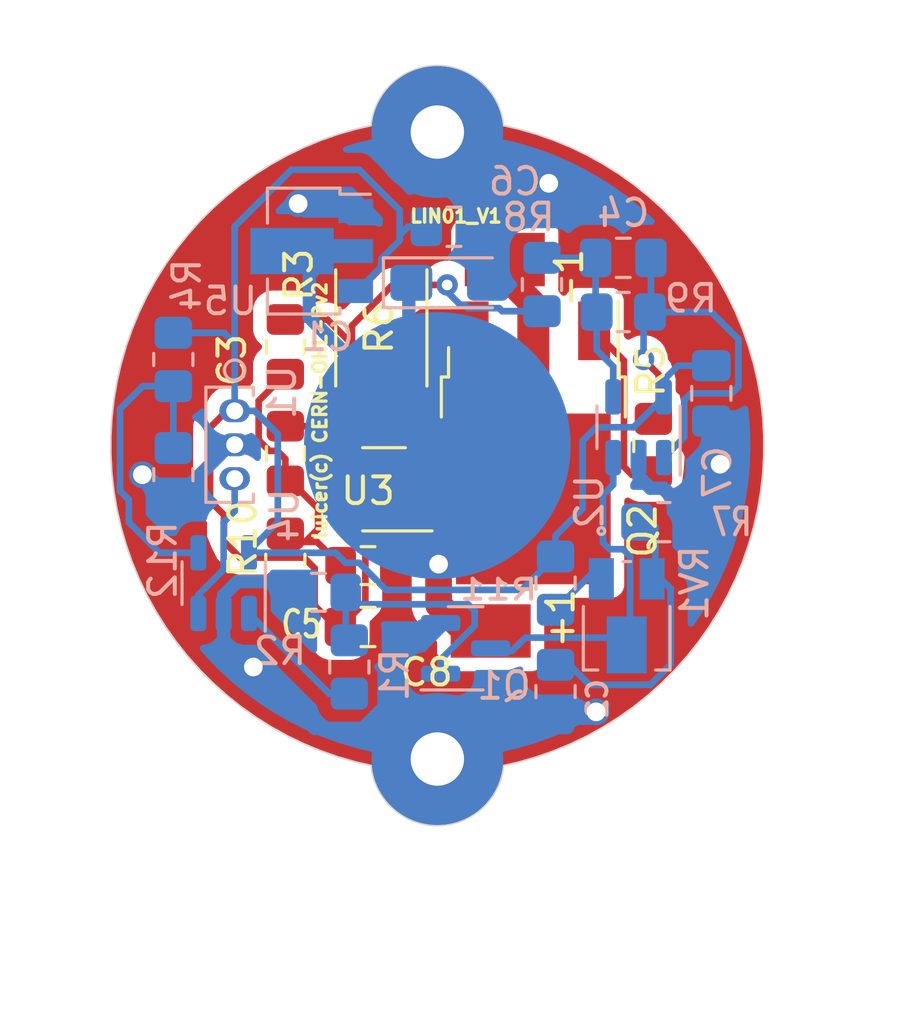
<source format=kicad_pcb>
(kicad_pcb (version 20211014) (generator pcbnew)
  (layers (0 "F.Cu" signal) (31 "B.Cu" signal) (34 "B.Paste" user) (35 "F.Paste" user) (36 "B.SilkS" user "B.Silkscreen") (37 "F.SilkS" user "F.Silkscreen") (38 "B.Mask" user) (39 "F.Mask" user) (44 "Edge.Cuts" user))
  (net 0 "")
  (net 1 "GND")
  (net 2 "+BATT")
  (net 3 "Net-(C3-Pad2)")
  (net 4 "Net-(C3-Pad1)")
  (net 5 "+3V0")
  (net 6 "Net-(Q2-Pad3)")
  (net 7 "/EN")
  (net 8 "Net-(-1-Pad1)")
  (net 9 "Net-(C4-Pad1)")
  (net 10 "Net-(C4-Pad2)")
  (net 11 "Net-(R12-Pad1)")
  (net 12 "Net-(Q1-Pad1)")
  (net 13 "Net-(Q2-Pad1)")
  (net 14 "Net-(C2-Pad1)")
  (net 15 "Net-(U1-Pad3)")
  (net 16 "Net-(R11-Pad2)")
  (net 17 "Net-(R1-Pad1)")
  (footprint "Capacitor_SMD:C_0805_2012Metric_Pad1.15x1.40mm_HandSolder" (layer "F.Cu") (at 144.3 100.3 90)
    (fp_text reference "C3" (at 3.5 -2 90) (layer "F.SilkS"))
    (fp_text value "1n")
    (fp_line (start -0.261252 -0.71) (end 0.261252 -0.71) (layer "F.SilkS") (width 0.12))
    (fp_line (start -0.261252 0.71) (end 0.261252 0.71) (layer "F.SilkS") (width 0.12))
    (pad "1" smd roundrect locked (at -1.025 0 90) (size 1.15 1.4) (layers "F.Cu" "F.Paste" "F.Mask") (roundrect_rratio 0.2173913043) (net 4 "Net-(C3-Pad1)"))
    (pad "2" smd roundrect locked (at 1.025 0 90) (size 1.15 1.4) (layers "F.Cu" "F.Paste" "F.Mask") (roundrect_rratio 0.2173913043) (net 3 "Net-(C3-Pad2)"))
  )
  (footprint "Resistor_SMD:R_0805_2012Metric_Pad1.15x1.40mm_HandSolder" (layer "F.Cu") (at 144.3 96.3 90)
    (fp_text reference "R3" (at 2.7 0.5 90) (layer "F.SilkS"))
    (fp_text value "68k")
    (fp_line (start -0.261252 0.71) (end 0.261252 0.71) (layer "F.SilkS") (width 0.12))
    (fp_line (start -0.261252 -0.71) (end 0.261252 -0.71) (layer "F.SilkS") (width 0.12))
    (pad "1" smd roundrect locked (at -1.025 0 90) (size 1.15 1.4) (layers "F.Cu" "F.Paste" "F.Mask") (roundrect_rratio 0.2173913043) (net 4 "Net-(C3-Pad1)"))
    (pad "2" smd roundrect locked (at 1.025 0 90) (size 1.15 1.4) (layers "F.Cu" "F.Paste" "F.Mask") (roundrect_rratio 0.2173913043) (net 3 "Net-(C3-Pad2)"))
  )
  (footprint "Package_TO_SOT_SMD:SOT-23-5" (layer "F.Cu") (at 148 101.64 180)
    (fp_text reference "U3" (at 0.6 -0.06) (layer "F.SilkS"))
    (fp_text value "SGM8551XN")
    (fp_line (start 0 1.56) (end -0.8 1.56) (layer "F.SilkS") (width 0.12))
    (fp_line (start 0 -1.56) (end 0.8 -1.56) (layer "F.SilkS") (width 0.12))
    (fp_line (start 0 -1.56) (end -1.8 -1.56) (layer "F.SilkS") (width 0.12))
    (fp_line (start 0 1.56) (end 0.8 1.56) (layer "F.SilkS") (width 0.12))
    (pad "1" smd roundrect (at -1.1375 -0.95 180) (size 1.325 0.6) (layers "F.Cu" "F.Paste" "F.Mask") (net 3 "Net-(C3-Pad2)"))
    (pad "2" smd roundrect (at -1.1375 0 180) (size 1.325 0.6) (layers "F.Cu" "F.Paste" "F.Mask") (net 1 "GND"))
    (pad "3" smd roundrect (at -1.1375 0.95 180) (size 1.325 0.6) (layers "F.Cu" "F.Paste" "F.Mask") (net 6 "Net-(Q2-Pad3)"))
    (pad "4" smd roundrect (at 1.1375 0.95 180) (size 1.325 0.6) (layers "F.Cu" "F.Paste" "F.Mask") (net 4 "Net-(C3-Pad1)"))
    (pad "5" smd roundrect (at 1.1375 -0.95 180) (size 1.325 0.6) (layers "F.Cu" "F.Paste" "F.Mask") (net 5 "+3V0"))
  )
  (footprint "Capacitor_SMD:C_0805_2012Metric_Pad1.15x1.40mm_HandSolder" (layer "F.Cu") (at 147.4 104.5)
    (fp_text reference "C5" (at -2.5 2.2) (layer "F.SilkS") (effects (font (size 1 0.75))))
    (fp_text value "22p")
    (fp_line (start -0.261252 -0.71) (end 0.261252 -0.71) (layer "F.SilkS") (width 0.12))
    (fp_line (start -0.261252 0.71) (end 0.261252 0.71) (layer "F.SilkS") (width 0.12))
    (pad "1" smd roundrect locked (at -1.025 0) (size 1.15 1.4) (layers "F.Cu" "F.Paste" "F.Mask") (roundrect_rratio 0.2173913043) (net 4 "Net-(C3-Pad1)"))
    (pad "2" smd roundrect locked (at 1.025 0) (size 1.15 1.4) (layers "F.Cu" "F.Paste" "F.Mask") (roundrect_rratio 0.2173913043) (net 1 "GND"))
  )
  (footprint "Linterna_MT340L:Solder_Pad3_3" (layer "F.Cu") (at 152.53 93.03 90)
    (fp_text reference "-1" (at -0.696 2.41 90) (layer "F.SilkS"))
    (fp_text value "LED-")
    (pad "1" smd rect locked (at 0 0 90) (size 2 3) (layers "F.Cu" "F.Paste" "F.Mask") (net 8 "Net-(-1-Pad1)"))
  )
  (footprint "Linterna_MT340L:Solder_Pad3_3" (layer "F.Cu") (at 152 106.95 90)
    (fp_text reference "+1" (at 0.474 2.619 90) (layer "F.SilkS"))
    (fp_text value "LED+")
    (pad "1" smd rect locked (at 0 0 90) (size 2 3) (layers "F.Cu" "F.Paste" "F.Mask") (net 2 "+BATT"))
  )
  (footprint "Resistor_SMD:R_2512_6332Metric_Pad1.40x3.35mm_HandSolder" (layer "F.Cu") (at 147.9 95.59 90)
    (fp_text reference "R6" (at 0 -0.09 90) (layer "F.SilkS"))
    (fp_text value "0.01")
    (fp_line (start -2.177064 -1.71) (end 2.177064 -1.71) (layer "F.SilkS") (width 0.12))
    (fp_line (start -2.177064 1.71) (end 2.177064 1.71) (layer "F.SilkS") (width 0.12))
    (pad "1" smd roundrect (at -3.05 0 90) (size 1.4 3.35) (layers "F.Cu" "F.Paste" "F.Mask") (roundrect_rratio 0.1785707143) (net 6 "Net-(Q2-Pad3)"))
    (pad "2" smd roundrect (at 3.05 0 90) (size 1.4 3.35) (layers "F.Cu" "F.Paste" "F.Mask") (roundrect_rratio 0.1785707143) (net 1 "GND"))
  )
  (footprint "Resistor_SMD:R_0805_2012Metric_Pad1.20x1.40mm_HandSolder" (layer "F.Cu") (at 158.1 100 90)
    (fp_text reference "R5" (at 2.8 -0.1 90) (layer "F.SilkS"))
    (fp_text value "25")
    (fp_line (start -0.227064 0.735) (end 0.227064 0.735) (layer "F.SilkS") (width 0.12))
    (fp_line (start -0.227064 -0.735) (end 0.227064 -0.735) (layer "F.SilkS") (width 0.12))
    (pad "1" smd roundrect (at -1 0 90) (size 1.2 1.4) (layers "F.Cu" "F.Paste" "F.Mask") (roundrect_rratio 0.2083333333) (net 13 "Net-(Q2-Pad1)"))
    (pad "2" smd roundrect (at 1 0 90) (size 1.2 1.4) (layers "F.Cu" "F.Paste" "F.Mask") (roundrect_rratio 0.2083333333) (net 9 "Net-(C4-Pad1)"))
  )
  (footprint "Package_TO_SOT_SMD:TO-252-3_TabPin2" (layer "F.Cu") (at 153.6 99.9 -90)
    (fp_text reference "Q2" (at 3.3 -4.1 90) (layer "F.SilkS"))
    (fp_text value "IRLR2905")
    (fp_line (start -2.47 3.18) (end -3.57 3.18) (layer "F.SilkS") (width 0.12))
    (fp_line (start -0.97 3.45) (end -2.47 3.45) (layer "F.SilkS") (width 0.12))
    (fp_line (start -2.47 3.45) (end -2.47 3.18) (layer "F.SilkS") (width 0.12))
    (fp_line (start -0.97 -3.45) (end -2.47 -3.45) (layer "F.SilkS") (width 0.12))
    (fp_line (start -2.47 -3.18) (end -5.3 -3.18) (layer "F.SilkS") (width 0.12))
    (fp_line (start -2.47 -3.45) (end -2.47 -3.18) (layer "F.SilkS") (width 0.12))
    (pad "1" smd rect (at -4.2 -2.28 270) (size 2.2 1.2) (layers "F.Cu" "F.Paste" "F.Mask") (net 13 "Net-(Q2-Pad1)"))
    (pad "2" smd rect (at 2.1 0 270) (size 6.4 5.8) (layers "F.Cu" "F.Mask") (net 8 "Net-(-1-Pad1)"))
    (pad "2" smd rect (at -4.2 0 270) (size 2.2 1.2) (layers "F.Cu" "F.Paste" "F.Mask") (net 8 "Net-(-1-Pad1)"))
    (pad "3" smd rect (at -4.2 2.28 270) (size 2.2 1.2) (layers "F.Cu" "F.Paste" "F.Mask") (net 6 "Net-(Q2-Pad3)"))
  )
  (footprint "Linterna_MT340L:Lin_Pad1-" (layer "F.Cu") (at 150 100)
    (fp_text reference "J2" hide)
    (fp_text value "BAT-")
    (pad "1" smd circle (at 6.096 -8.636) (size 1.524 1.524) (layers "F.Cu" "F.Paste" "F.Mask") (net 1 "GND"))
    (pad "1" smd circle (at -10.75 0) (size 1.524 1.524) (layers "F.Cu" "F.Paste" "F.Mask") (net 1 "GND"))
    (pad "1" thru_hole circle (at 0 11.75) (size 4.94 4.94) (drill 2) (layers *.Cu *.Mask) (net 1 "GND"))
    (pad "1" smd circle (at 7.62 7.366) (size 1.524 1.524) (layers "F.Cu" "F.Paste" "F.Mask") (net 1 "GND"))
    (pad "1" thru_hole circle (at 0 -11.75) (size 4.94 4.94) (drill 2) (layers *.Cu *.Mask) (net 1 "GND"))
    (pad "1" smd custom (at 0 0) (size 0 0) (property pad_prop_heatsink) (layers "F.Cu" "F.Paste" "F.Mask") (net 1 "GND") (options (clearance outline) (anchor circle)) (primitives (gr_circle (center 0 0) (end 10.75 0) (width 2.94))))
    (pad "1" smd circle (at -7.366 -7.874) (size 1.524 1.524) (layers "F.Cu" "F.Paste" "F.Mask") (net 1 "GND"))
    (pad "1" smd circle (at 10.75 0) (size 1.524 1.524) (layers "F.Cu" "F.Paste" "F.Mask") (net 1 "GND"))
    (pad "1" smd circle (at -6.858 8.128) (size 1.524 1.524) (layers "F.Cu" "F.Paste" "F.Mask") (net 1 "GND"))
  )
  (footprint "Capacitor_SMD:C_0805_2012Metric_Pad1.18x1.45mm_HandSolder" (layer "F.Cu") (at 147.4 106.8 180)
    (fp_text reference "C8" (at -2.2 -1.7) (layer "F.SilkS"))
    (fp_text value "10n")
    (fp_line (start -0.261252 -0.735) (end 0.261252 -0.735) (layer "F.SilkS") (width 0.12))
    (fp_line (start -0.261252 0.735) (end 0.261252 0.735) (layer "F.SilkS") (width 0.12))
    (pad "1" smd roundrect (at -1.0375 0 180) (size 1.175 1.45) (layers "F.Cu" "F.Paste" "F.Mask") (roundrect_rratio 0.2127659574) (net 1 "GND"))
    (pad "2" smd roundrect (at 1.0375 0 180) (size 1.175 1.45) (layers "F.Cu" "F.Paste" "F.Mask") (roundrect_rratio 0.2127659574) (net 5 "+3V0"))
  )
  (footprint "Resistor_SMD:R_0805_2012Metric_Pad1.20x1.40mm_HandSolder" (layer "F.Cu") (at 144.3 104.3 90)
    (fp_text reference "R10" (at 0.8 -1.6 270) (layer "F.SilkS"))
    (fp_text value "1k")
    (fp_line (start -0.227064 -0.735) (end 0.227064 -0.735) (layer "F.SilkS") (width 0.12))
    (fp_line (start -0.227064 0.735) (end 0.227064 0.735) (layer "F.SilkS") (width 0.12))
    (pad "1" smd roundrect (at -1 0 90) (size 1.2 1.4) (layers "F.Cu" "F.Paste" "F.Mask") (roundrect_rratio 0.2083333333) (net 1 "GND"))
    (pad "2" smd roundrect (at 1 0 90) (size 1.2 1.4) (layers "F.Cu" "F.Paste" "F.Mask") (roundrect_rratio 0.2083333333) (net 4 "Net-(C3-Pad1)"))
  )
  (footprint "Capacitor_Tantalum_SMD:CP_EIA-3216-18_Kemet-A_Pad1.58x1.35mm_HandSolder" (layer "B.Cu") (at 150.4625 93.9)
    (fp_text reference "C1" (at -4.572 2.032) (layer "B.SilkS") (effects (justify mirror)))
    (fp_text value "10u")
    (fp_line (start 1.6 0.935) (end -2.485 0.935) (layer "B.SilkS") (width 0.12))
    (fp_line (start -2.485 -0.935) (end 1.6 -0.935) (layer "B.SilkS") (width 0.12))
    (fp_line (start -2.485 0.935) (end -2.485 -0.935) (layer "B.SilkS") (width 0.12))
    (pad "1" smd roundrect (at -1.4375 0) (size 1.575 1.35) (layers "B.Cu" "B.Paste" "B.Mask") (roundrect_rratio 0.1851851852) (net 2 "+BATT"))
    (pad "2" smd roundrect (at 1.4375 0) (size 1.575 1.35) (layers "B.Cu" "B.Paste" "B.Mask") (roundrect_rratio 0.1851851852) (net 1 "GND"))
  )
  (footprint "Resistor_SMD:R_0805_2012Metric_Pad1.20x1.40mm_HandSolder" (layer "B.Cu") (at 146.7 108.3 90)
    (fp_text reference "R1" (at -0.3 1.7 90) (layer "B.SilkS") (effects (justify mirror)))
    (fp_text value "10k")
    (fp_line (start -0.227064 -0.735) (end 0.227064 -0.735) (layer "B.SilkS") (width 0.12))
    (fp_line (start -0.227064 0.735) (end 0.227064 0.735) (layer "B.SilkS") (width 0.12))
    (pad "1" smd roundrect (at -1 0 90) (size 1.2 1.4) (layers "B.Cu" "B.Paste" "B.Mask") (roundrect_rratio 0.2083333333) (net 17 "Net-(R1-Pad1)"))
    (pad "2" smd roundrect (at 1 0 90) (size 1.2 1.4) (layers "B.Cu" "B.Paste" "B.Mask") (roundrect_rratio 0.2083333333) (net 12 "Net-(Q1-Pad1)"))
  )
  (footprint "Resistor_SMD:R_0805_2012Metric_Pad1.15x1.40mm_HandSolder" (layer "B.Cu") (at 145.542 105.5 180)
    (fp_text reference "R2" (at 1.442 -2.2) (layer "B.SilkS") (effects (justify mirror)))
    (fp_text value "NC")
    (fp_line (start -0.261252 -0.71) (end 0.261252 -0.71) (layer "B.SilkS") (width 0.12))
    (fp_line (start -0.261252 0.71) (end 0.261252 0.71) (layer "B.SilkS") (width 0.12))
    (pad "1" smd roundrect locked (at -1.025 0 180) (size 1.15 1.4) (layers "B.Cu" "B.Paste" "B.Mask") (roundrect_rratio 0.2173913043) (net 12 "Net-(Q1-Pad1)"))
    (pad "2" smd roundrect locked (at 1.025 0 180) (size 1.15 1.4) (layers "B.Cu" "B.Paste" "B.Mask") (roundrect_rratio 0.2173913043) (net 1 "GND"))
  )
  (footprint "Linterna_MT340L:Lin_Pad+" (layer "B.Cu") (at 150 100)
    (fp_text reference "J1" hide)
    (fp_text value "BAT +" hide)
    (pad "1" smd circle (at 0 0) (size 10 10) (layers "B.Cu" "B.Paste" "B.Mask") (net 2 "+BATT"))
  )
  (footprint "Resistor_SMD:R_0805_2012Metric_Pad1.20x1.40mm_HandSolder" (layer "B.Cu") (at 140.1 96.774 -90)
    (fp_text reference "R4" (at -2.794 -0.508 90) (layer "B.SilkS") (effects (justify mirror)))
    (fp_text value "80k")
    (fp_line (start -0.227064 -0.735) (end 0.227064 -0.735) (layer "B.SilkS") (width 0.12))
    (fp_line (start -0.227064 0.735) (end 0.227064 0.735) (layer "B.SilkS") (width 0.12))
    (pad "1" smd roundrect (at -1 0 270) (size 1.2 1.4) (layers "B.Cu" "B.Paste" "B.Mask") (roundrect_rratio 0.2083333333) (net 5 "+3V0"))
    (pad "2" smd roundrect (at 1 0 270) (size 1.2 1.4) (layers "B.Cu" "B.Paste" "B.Mask") (roundrect_rratio 0.2083333333) (net 11 "Net-(R12-Pad1)"))
  )
  (footprint "Linterna_MT340L:SS49E" (layer "B.Cu") (at 142.4 98.7 -90)
    (fp_text reference "U1" (at -0.7 -1.775 90) (layer "B.SilkS") (effects (justify mirror)))
    (fp_text value "SS49E" hide)
    (fp_line (start 3.114237 -0.6985) (end 3.429 -0.6985) (layer "B.SilkS") (width 0.12))
    (fp_line (start -0.889 -0.165315) (end -0.889 -0.6985) (layer "B.SilkS") (width 0.12))
    (fp_line (start -0.889 1.0795) (end -0.889 0.165315) (layer "B.SilkS") (width 0.12))
    (fp_line (start -0.889 -0.6985) (end -0.574237 -0.6985) (layer "B.SilkS") (width 0.12))
    (fp_line (start 3.429 -0.6985) (end 3.429 -0.165315) (layer "B.SilkS") (width 0.12))
    (fp_line (start 3.429 0.165315) (end 3.429 1.0795) (layer "B.SilkS") (width 0.12))
    (fp_line (start 3.429 1.0795) (end -0.889 1.0795) (layer "B.SilkS") (width 0.12))
    (fp_circle (center -1.524 0) (end -1.143 0) (layer "B.SilkS") (width 0.12) (fill none))
    (pad "1" thru_hole oval (at 0 0 270) (size 0.85725 1.143) (drill 0.635) (layers *.Cu *.Mask) (net 5 "+3V0"))
    (pad "2" thru_hole oval (at 1.27 0 270) (size 0.85725 1.143) (drill 0.635) (layers *.Cu *.Mask) (net 1 "GND"))
    (pad "3" thru_hole oval (at 2.54 0 270) (size 0.85725 1.143) (drill 0.635) (layers *.Cu *.Mask) (net 15 "Net-(U1-Pad3)"))
  )
  (footprint "Resistor_SMD:R_0805_2012Metric_Pad1.20x1.40mm_HandSolder" (layer "B.Cu") (at 154.432 105.156 -90)
    (fp_text reference "R11" (at 0.244 2.132 180) (layer "B.SilkS") (effects (font (size 0.75 1)) (justify mirror)))
    (fp_text value "50k")
    (fp_line (start -0.227064 -0.735) (end 0.227064 -0.735) (layer "B.SilkS") (width 0.12))
    (fp_line (start -0.227064 0.735) (end 0.227064 0.735) (layer "B.SilkS") (width 0.12))
    (pad "1" smd roundrect (at -1 0 270) (size 1.2 1.4) (layers "B.Cu" "B.Paste" "B.Mask") (roundrect_rratio 0.2083333333) (net 5 "+3V0"))
    (pad "2" smd roundrect (at 1 0 270) (size 1.2 1.4) (layers "B.Cu" "B.Paste" "B.Mask") (roundrect_rratio 0.2083333333) (net 16 "Net-(R11-Pad2)"))
  )
  (footprint "Package_TO_SOT_SMD:SOT-23" (layer "B.Cu") (at 151.0625 107.6)
    (fp_text reference "Q1" (at 1.4375 1.4) (layer "B.SilkS") (effects (justify mirror)))
    (fp_text value "S9013")
    (fp_line (start 0 -1.56) (end -0.65 -1.56) (layer "B.SilkS") (width 0.12))
    (fp_line (start 0 -1.56) (end 0.65 -1.56) (layer "B.SilkS") (width 0.12))
    (fp_line (start 0 1.56) (end 0.65 1.56) (layer "B.SilkS") (width 0.12))
    (fp_line (start 0 1.56) (end -1.675 1.56) (layer "B.SilkS") (width 0.12))
    (pad "1" smd roundrect (at -0.9375 0.95) (size 1.475 0.6) (layers "B.Cu" "B.Paste" "B.Mask") (net 12 "Net-(Q1-Pad1)"))
    (pad "2" smd roundrect (at -0.9375 -0.95) (size 1.475 0.6) (layers "B.Cu" "B.Paste" "B.Mask") (net 1 "GND"))
    (pad "3" smd roundrect (at 0.9375 0) (size 1.475 0.6) (layers "B.Cu" "B.Paste" "B.Mask") (net 7 "/EN"))
  )
  (footprint "Resistor_SMD:R_0805_2012Metric_Pad1.20x1.40mm_HandSolder" (layer "B.Cu") (at 158.496 102.87)
    (fp_text reference "R7" (at 2.54 0) (layer "B.SilkS") (effects (font (size 1 0.75)) (justify mirror)))
    (fp_text value "1k")
    (fp_line (start -0.227064 0.735) (end 0.227064 0.735) (layer "B.SilkS") (width 0.12))
    (fp_line (start -0.227064 -0.735) (end 0.227064 -0.735) (layer "B.SilkS") (width 0.12))
    (pad "1" smd roundrect (at -1 0) (size 1.2 1.4) (layers "B.Cu" "B.Paste" "B.Mask") (roundrect_rratio 0.2083333333) (net 14 "Net-(C2-Pad1)"))
    (pad "2" smd roundrect (at 1 0) (size 1.2 1.4) (layers "B.Cu" "B.Paste" "B.Mask") (roundrect_rratio 0.2083333333) (net 1 "GND"))
  )
  (footprint "Capacitor_SMD:C_0805_2012Metric_Pad1.18x1.45mm_HandSolder" (layer "B.Cu") (at 160.274 98.044 90)
    (fp_text reference "C7" (at -2.956 0.226 90) (layer "B.SilkS") (effects (justify mirror)))
    (fp_text value "10n")
    (fp_line (start -0.261252 0.735) (end 0.261252 0.735) (layer "B.SilkS") (width 0.12))
    (fp_line (start -0.261252 -0.735) (end 0.261252 -0.735) (layer "B.SilkS") (width 0.12))
    (pad "1" smd roundrect (at -1.0375 0 90) (size 1.175 1.45) (layers "B.Cu" "B.Paste" "B.Mask") (roundrect_rratio 0.2127659574) (net 1 "GND"))
    (pad "2" smd roundrect (at 1.0375 0 90) (size 1.175 1.45) (layers "B.Cu" "B.Paste" "B.Mask") (roundrect_rratio 0.2127659574) (net 5 "+3V0"))
  )
  (footprint "Package_TO_SOT_SMD:SOT-23-5" (layer "B.Cu") (at 157.546 99.314 90)
    (fp_text reference "U2" (at -2.794 -1.844 90) (layer "B.SilkS") (effects (justify mirror)))
    (fp_text value "SGM8551XN")
    (fp_line (start 0 1.56) (end -1.8 1.56) (layer "B.SilkS") (width 0.12))
    (fp_line (start 0 -1.56) (end 0.8 -1.56) (layer "B.SilkS") (width 0.12))
    (fp_line (start 0 1.56) (end 0.8 1.56) (layer "B.SilkS") (width 0.12))
    (fp_line (start 0 -1.56) (end -0.8 -1.56) (layer "B.SilkS") (width 0.12))
    (pad "1" smd roundrect (at -1.1375 0.95 90) (size 1.325 0.6) (layers "B.Cu" "B.Paste" "B.Mask") (net 9 "Net-(C4-Pad1)"))
    (pad "2" smd roundrect (at -1.1375 0 90) (size 1.325 0.6) (layers "B.Cu" "B.Paste" "B.Mask") (net 1 "GND"))
    (pad "3" smd roundrect (at -1.1375 -0.95 90) (size 1.325 0.6) (layers "B.Cu" "B.Paste" "B.Mask") (net 7 "/EN"))
    (pad "4" smd roundrect (at 1.1375 -0.95 90) (size 1.325 0.6) (layers "B.Cu" "B.Paste" "B.Mask") (net 10 "Net-(C4-Pad2)"))
    (pad "5" smd roundrect (at 1.1375 0.95 90) (size 1.325 0.6) (layers "B.Cu" "B.Paste" "B.Mask") (net 5 "+3V0"))
  )
  (footprint "Package_TO_SOT_SMD:SOT-23-5" (layer "B.Cu") (at 141.986 105.156 90)
    (fp_text reference "U4" (at 2.54 2.286 90) (layer "B.SilkS") (effects (justify mirror)))
    (fp_text value "SGM8551XN")
    (fp_line (start 0 1.56) (end 0.8 1.56) (layer "B.SilkS") (width 0.12))
    (fp_line (start 0 -1.56) (end 0.8 -1.56) (layer "B.SilkS") (width 0.12))
    (fp_line (start 0 -1.56) (end -0.8 -1.56) (layer "B.SilkS") (width 0.12))
    (fp_line (start 0 1.56) (end -1.8 1.56) (layer "B.SilkS") (width 0.12))
    (pad "1" smd roundrect (at -1.1375 0.95 90) (size 1.325 0.6) (layers "B.Cu" "B.Paste" "B.Mask") (net 17 "Net-(R1-Pad1)"))
    (pad "2" smd roundrect (at -1.1375 0 90) (size 1.325 0.6) (layers "B.Cu" "B.Paste" "B.Mask") (net 1 "GND"))
    (pad "3" smd roundrect (at -1.1375 -0.95 90) (size 1.325 0.6) (layers "B.Cu" "B.Paste" "B.Mask") (net 15 "Net-(U1-Pad3)"))
    (pad "4" smd roundrect (at 1.1375 -0.95 90) (size 1.325 0.6) (layers "B.Cu" "B.Paste" "B.Mask") (net 11 "Net-(R12-Pad1)"))
    (pad "5" smd roundrect (at 1.1375 0.95 90) (size 1.325 0.6) (layers "B.Cu" "B.Paste" "B.Mask") (net 5 "+3V0"))
  )
  (footprint "Capacitor_SMD:C_0805_2012Metric_Pad1.18x1.45mm_HandSolder" (layer "B.Cu") (at 156.972 92.964 180)
    (fp_text reference "C4" (at 0 1.68) (layer "B.SilkS") (effects (justify mirror)))
    (fp_text value "1u")
    (fp_line (start -0.261252 0.735) (end 0.261252 0.735) (layer "B.SilkS") (width 0.12))
    (fp_line (start -0.261252 -0.735) (end 0.261252 -0.735) (layer "B.SilkS") (width 0.12))
    (pad "1" smd roundrect (at -1.0375 0 180) (size 1.175 1.45) (layers "B.Cu" "B.Paste" "B.Mask") (roundrect_rratio 0.2127659574) (net 9 "Net-(C4-Pad1)"))
    (pad "2" smd roundrect (at 1.0375 0 180) (size 1.175 1.45) (layers "B.Cu" "B.Paste" "B.Mask") (roundrect_rratio 0.2127659574) (net 10 "Net-(C4-Pad2)"))
  )
  (footprint "Package_TO_SOT_SMD:SOT-89-3" (layer "B.Cu") (at 145.288 92.71 180)
    (fp_text reference "U5" (at 3.05 -1.875) (layer "B.SilkS") (effects (justify mirror)))
    (fp_text value "HT7130")
    (fp_line (start -1.06 2.36) (end -1.06 2.13) (layer "B.SilkS") (width 0.12))
    (fp_line (start -2.2 2.13) (end -1.06 2.13) (layer "B.SilkS") (width 0.12))
    (fp_line (start -1.06 -2.36) (end -1.06 -2.13) (layer "B.SilkS") (width 0.12))
    (fp_line (start 1.66 -1.05) (end 1.66 -2.36) (layer "B.SilkS") (width 0.12))
    (fp_line (start 1.66 2.36) (end 1.66 1.05) (layer "B.SilkS") (width 0.12))
    (fp_line (start 1.66 -2.36) (end -1.06 -2.36) (layer "B.SilkS") (width 0.12))
    (fp_line (start -1.06 2.36) (end 1.66 2.36) (layer "B.SilkS") (width 0.12))
    (pad "1" smd rect (at -1.65 1.5 180) (size 1.3 0.9) (layers "B.Cu" "B.Paste" "B.Mask") (net 1 "GND"))
    (pad "2" smd custom (at -1.5625 0 180) (size 1.475 0.9) (layers "B.Cu" "B.Paste" "B.Mask") (net 2 "+BATT") (options (clearance outline) (anchor rect)) (primitives (gr_poly (pts (xy 3.8625 0.8665) (xy 0.7375 0.8665) (xy 0.7375 -0.8665) (xy 3.8625 -0.8665)) (width 0) (fill yes))))
    (pad "3" smd rect (at -1.65 -1.5 180) (size 1.3 0.9) (layers "B.Cu" "B.Paste" "B.Mask") (net 5 "+3V0"))
  )
  (footprint "Resistor_SMD:R_0805_2012Metric_Pad1.20x1.40mm_HandSolder" (layer "B.Cu") (at 154.432 109.22 -90)
    (fp_text reference "C2" (at 0.28 -1.568 90) (layer "B.SilkS") (effects (font (size 0.75 0.75)) (justify mirror)))
    (fp_text value "10n")
    (fp_line (start -0.227064 -0.735) (end 0.227064 -0.735) (layer "B.SilkS") (width 0.12))
    (fp_line (start -0.227064 0.735) (end 0.227064 0.735) (layer "B.SilkS") (width 0.12))
    (pad "1" smd roundrect (at -1 0 270) (size 1.2 1.4) (layers "B.Cu" "B.Paste" "B.Mask") (roundrect_rratio 0.2083333333) (net 14 "Net-(C2-Pad1)"))
    (pad "2" smd roundrect (at 1 0 270) (size 1.2 1.4) (layers "B.Cu" "B.Paste" "B.Mask") (roundrect_rratio 0.2083333333) (net 1 "GND"))
  )
  (footprint "Capacitor_SMD:C_0805_2012Metric_Pad1.18x1.45mm_HandSolder" (layer "B.Cu") (at 150.622 91.8)
    (fp_text reference "C6" (at 2.286 -1.7) (layer "B.SilkS") (effects (justify mirror)))
    (fp_text value "10u")
    (fp_line (start -0.261252 -0.735) (end 0.261252 -0.735) (layer "B.SilkS") (width 0.12))
    (fp_line (start -0.261252 0.735) (end 0.261252 0.735) (layer "B.SilkS") (width 0.12))
    (pad "1" smd roundrect (at -1.0375 0) (size 1.175 1.45) (layers "B.Cu" "B.Paste" "B.Mask") (roundrect_rratio 0.2127659574) (net 5 "+3V0"))
    (pad "2" smd roundrect (at 1.0375 0) (size 1.175 1.45) (layers "B.Cu" "B.Paste" "B.Mask") (roundrect_rratio 0.2127659574) (net 1 "GND"))
  )
  (footprint "Resistor_SMD:R_0805_2012Metric_Pad1.20x1.40mm_HandSolder" (layer "B.Cu") (at 156.972 94.996 180)
    (fp_text reference "R9" (at -2.54 0.508) (layer "B.SilkS") (effects (justify mirror)))
    (fp_text value "100k")
    (fp_line (start -0.227064 0.735) (end 0.227064 0.735) (layer "B.SilkS") (width 0.12))
    (fp_line (start -0.227064 -0.735) (end 0.227064 -0.735) (layer "B.SilkS") (width 0.12))
    (pad "1" smd roundrect (at -1 0 180) (size 1.2 1.4) (layers "B.Cu" "B.Paste" "B.Mask") (roundrect_rratio 0.2083333333) (net 9 "Net-(C4-Pad1)"))
    (pad "2" smd roundrect (at 1 0 180) (size 1.2 1.4) (layers "B.Cu" "B.Paste" "B.Mask") (roundrect_rratio 0.2083333333) (net 10 "Net-(C4-Pad2)"))
  )
  (footprint "Linterna_MT340L:TC33X-2-103E" (layer "B.Cu") (at 157.1 106.38)
    (fp_text reference "RV1" (at 2.54 -1.224 90) (layer "B.SilkS") (effects (justify mirror)))
    (fp_text value "100k" hide)
    (fp_line (start -1.08204 2.032) (end -1.6256 2.032) (layer "B.SilkS") (width 0.12))
    (fp_line (start 1.6256 2.032) (end 1.08204 2.032) (layer "B.SilkS") (width 0.12))
    (fp_line (start 1.6256 2.032) (end 1.6256 -0.34806) (layer "B.SilkS") (width 0.12))
    (fp_line (start -1.6256 2.032) (end -1.6256 -0.34806) (layer "B.SilkS") (width 0.12))
    (fp_line (start -0.14736 -2.032) (end 0.14736 -2.032) (layer "B.SilkS") (width 0.12))
    (fp_circle (center -0.95 -3.175) (end -0.823 -3.175) (layer "B.SilkS") (width 0.12) (fill none))
    (pad "1" smd rect locked (at -0.95 -1.3843) (size 0.9398 1.5494) (layers "B.Cu" "B.Paste" "B.Mask") (net 16 "Net-(R11-Pad2)"))
    (pad "2" smd rect locked (at 0 1.0922) (size 1.4986 2.1336) (layers "B.Cu" "B.Paste" "B.Mask") (net 7 "/EN"))
    (pad "3" smd rect locked (at 0.95 -1.3843) (size 0.9398 1.5494) (layers "B.Cu" "B.Paste" "B.Mask") (net 14 "Net-(C2-Pad1)"))
  )
  (footprint "Resistor_SMD:R_0805_2012Metric_Pad1.20x1.40mm_HandSolder" (layer "B.Cu") (at 153.924 93.964 -90)
    (fp_text reference "R8" (at -2.524 0.508 180) (layer "B.SilkS") (effects (justify mirror)))
    (fp_text value "1k")
    (fp_line (start -0.227064 -0.735) (end 0.227064 -0.735) (layer "B.SilkS") (width 0.12))
    (fp_line (start -0.227064 0.735) (end 0.227064 0.735) (layer "B.SilkS") (width 0.12))
    (pad "1" smd roundrect (at -1 0 270) (size 1.2 1.4) (layers "B.Cu" "B.Paste" "B.Mask") (roundrect_rratio 0.2083333333) (net 10 "Net-(C4-Pad2)"))
    (pad "2" smd roundrect (at 1 0 270) (size 1.2 1.4) (layers "B.Cu" "B.Paste" "B.Mask") (roundrect_rratio 0.2083333333) (net 3 "Net-(C3-Pad2)"))
  )
  (footprint "Resistor_SMD:R_0805_2012Metric_Pad1.20x1.40mm_HandSolder" (layer "B.Cu") (at 140.1 101.092 -90)
    (fp_text reference "R12" (at 3.208 0.4 90) (layer "B.SilkS") (effects (justify mirror)))
    (fp_text value "120k")
    (fp_line (start -0.227064 0.735) (end 0.227064 0.735) (layer "B.SilkS") (width 0.12))
    (fp_line (start -0.227064 -0.735) (end 0.227064 -0.735) (layer "B.SilkS") (width 0.12))
    (pad "1" smd roundrect (at -1 0 270) (size 1.2 1.4) (layers "B.Cu" "B.Paste" "B.Mask") (roundrect_rratio 0.2083333333) (net 11 "Net-(R12-Pad1)"))
    (pad "2" smd roundrect (at 1 0 270) (size 1.2 1.4) (layers "B.Cu" "B.Paste" "B.Mask") (roundrect_rratio 0.2083333333) (net 1 "GND"))
  )
  (gr_arc (start 147.513051 88.005102) (mid 150 85.751022) (end 152.486949 88.005102) (layer "Edge.Cuts") (width 0.05))
  (gr_arc (start 152.48695 111.994898) (mid 150 114.248979) (end 147.51305 111.994898) (layer "Edge.Cuts") (width 0.05))
  (gr_arc (start 147.51305 111.994898) (mid 137.75 100) (end 147.51305 88.005102) (layer "Edge.Cuts") (width 0.05))
  (gr_arc (start 152.486951 88.005102) (mid 162.25 100) (end 152.486951 111.994898) (layer "Edge.Cuts") (width 0.05))
  (gr_text "luicer(c) CERN-OHL-Pv2 " (at 145.6 98.5 90) (layer "F.SilkS") (effects (font (size 0.5 0.5) (thickness 0.125))))
  (gr_text "LIN01_V1" (at 150.7 91.4) (layer "F.SilkS") (effects (font (size 0.5 0.5) (thickness 0.125))))
  (segment (start 149.1 103.4) (end 149.9 103.4) (width 0.5) (layer "F.Cu") (net 1))
  (segment (start 148.68 89.07) (end 150 87.75) (width 0.5) (layer "F.Cu") (net 1))
  (segment (start 150.2 101.9) (end 149.94 101.64) (width 0.5) (layer "F.Cu") (net 1))
  (segment (start 144.3 105.3) (end 144.3 107.1) (width 0.5) (layer "F.Cu") (net 1))
  (segment (start 148.68 92.54) (end 148.68 91.82) (width 0.5) (layer "F.Cu") (net 1))
  (segment (start 148.7 91.8) (end 148.7 88) (width 2) (layer "F.Cu") (net 1))
  (segment (start 149.9 103.4) (end 150.2 103.1) (width 0.5) (layer "F.Cu") (net 1))
  (segment (start 148.7 89.05) (end 150 87.75) (width 0.5) (layer "F.Cu") (net 1))
  (segment (start 148.68 91.82) (end 148.7 91.8) (width 0.5) (layer "F.Cu") (net 1))
  (segment (start 144.348 108.128) (end 143.142 108.128) (width 0.5) (layer "F.Cu") (net 1))
  (segment (start 144.3 107.1) (end 143.1 108.3) (width 0.5) (layer "F.Cu") (net 1))
  (segment (start 148.5975 106.6275) (end 148.525 106.7) (width 0.5) (layer "F.Cu") (net 1))
  (segment (start 150 108.175) (end 150 112.25) (width 0.5) (layer "F.Cu") (net 1))
  (segment (start 150.2 103.1) (end 150.2 101.9) (width 0.5) (layer "F.Cu") (net 1))
  (segment (start 148.525 106.7) (end 150 108.175) (width 0.5) (layer "F.Cu") (net 1))
  (segment (start 148.5975 103.9025) (end 149.1 103.4) (width 0.5) (layer "F.Cu") (net 1))
  (segment (start 149.94 101.64) (end 149.2495 101.64) (width 0.5) (layer "F.Cu") (net 1))
  (segment (start 143.218 108.204) (end 143.142 108.128) (width 0.5) (layer "F.Cu") (net 1))
  (segment (start 148.5975 104.44) (end 148.5975 103.9025) (width 0.5) (layer "F.Cu") (net 1))
  (segment (start 148.5975 104.44) (end 148.5975 106.6275) (width 0.5) (layer "F.Cu") (net 1))
  (via (at 155.956 109.982) (size 1) (drill 0.7) (layers "F.Cu" "B.Cu") (net 1))
  (via (at 138.938 101.092) (size 1) (drill 0.7) (layers "F.Cu" "B.Cu") (net 1))
  (via (at 144.78 90.932) (size 1) (drill 0.7) (layers "F.Cu" "B.Cu") (net 1))
  (via (at 154.178 90.17) (size 1) (drill 0.7) (layers "F.Cu" "B.Cu") (net 1))
  (via (at 143.1 108.3) (size 1) (drill 0.7) (layers "F.Cu" "B.Cu") (net 1))
  (via (at 160.6 100.7) (size 1) (drill 0.7) (layers "F.Cu" "B.Cu") (net 1))
  (segment (start 157.546 101.158) (end 157.546 100.4515) (width 0.5) (layer "B.Cu") (net 1))
  (segment (start 144.117 105.1) (end 144.517 105.5) (width 0.5) (layer "B.Cu") (net 1))
  (segment (start 152.548 91.8) (end 154.178 90.17) (width 0.5) (layer "B.Cu") (net 1))
  (segment (start 141.986 107.586) (end 142.7 108.3) (width 0.5) (layer "B.Cu") (net 1))
  (segment (start 138.938 101.092) (end 139.1 101.092) (width 0.5) (layer "B.Cu") (net 1))
  (segment (start 154.432 110.22) (end 155.718 110.22) (width 0.5) (layer "B.Cu") (net 1))
  (segment (start 150.125 106.75) (end 149.45 106.75) (width 0.5) (layer "B.Cu") (net 1))
  (segment (start 159.496 102.6) (end 158.496 101.6) (width 0.5) (layer "B.Cu") (net 1))
  (segment (start 151.6595 91.44) (end 151.6595 93.58) (width 0.5) (layer "B.Cu") (net 1))
  (segment (start 154.432 110.22) (end 152.03 110.22) (width 0.5) (layer "B.Cu") (net 1))
  (segment (start 152.03 110.22) (end 150 112.25) (width 0.5) (layer "B.Cu") (net 1))
  (segment (start 142.7 108.3) (end 143.1 108.3) (width 0.5) (layer "B.Cu") (net 1))
  (segment (start 160.6 100.7) (end 160.6 100.656) (width 0.5) (layer "B.Cu") (net 1))
  (segment (start 157.988 101.6) (end 157.546 101.158) (width 0.5) (layer "B.Cu") (net 1))
  (segment (start 160.274 100.33) (end 160.274 99.0815) (width 0.5) (layer "B.Cu") (net 1))
  (segment (start 160.274 101.838) (end 159.496 102.616) (width 0.5) (layer "B.Cu") (net 1))
  (segment (start 150 112.25) (end 150 111.8) (width 0.5) (layer "B.Cu") (net 1))
  (segment (start 141.986 106.2935) (end 141.986 105.614) (width 0.5) (layer "B.Cu") (net 1))
  (segment (start 159.496 102.87) (end 159.496 102.6) (width 0.5) (layer "B.Cu") (net 1))
  (segment (start 151.6595 93.58) (end 151.8055 93.726) (width 0.5) (layer "B.Cu") (net 1))
  (segment (start 141.986 105.614) (end 142.5 105.1) (width 0.5) (layer "B.Cu") (net 1))
  (segment (start 148 109.8) (end 147.2 110.6) (width 0.5) (layer "B.Cu") (net 1))
  (segment (start 141.986 106.2935) (end 141.986 107.586) (width 0.5) (layer "B.Cu") (net 1))
  (segment (start 144.78 90.932) (end 145.058 91.21) (width 0.5) (layer "B.Cu") (net 1))
  (segment (start 145.4 110.6) (end 143.142 108.342) (width 0.5) (layer "B.Cu") (net 1))
  (segment (start 158.496 101.6) (end 157.988 101.6) (width 0.5) (layer "B.Cu") (net 1))
  (segment (start 149.45 106.75) (end 148 108.2) (width 0.5) (layer "B.Cu") (net 1))
  (segment (start 139.1 101.092) (end 140.1 102.092) (width 0.5) (layer "B.Cu") (net 1))
  (segment (start 148 108.2) (end 148 109.8) (width 0.5) (layer "B.Cu") (net 1))
  (segment (start 142.4 99.97) (end 142.076 99.97) (width 0.5) (layer "B.Cu") (net 1))
  (segment (start 142.5 105.1) (end 144.117 105.1) (width 0.5) (layer "B.Cu") (net 1))
  (segment (start 145.058 91.21) (end 146.938 91.21) (width 0.5) (layer "B.Cu") (net 1))
  (segment (start 142.222 99.97) (end 140.1 102.092) (width 0.5) (layer "B.Cu") (net 1))
  (segment (start 160.6 100.656) (end 160.274 100.33) (width 0.5) (layer "B.Cu") (net 1))
  (segment (start 142.4 99.97) (end 142.222 99.97) (width 0.5) (layer "B.Cu") (net 1))
  (segment (start 151.6595 91.8) (end 152.548 91.8) (width 0.5) (layer "B.Cu") (net 1))
  (segment (start 147.2 110.6) (end 145.4 110.6) (width 0.5) (layer "B.Cu") (net 1))
  (segment (start 160.274 99.0815) (end 160.274 101.838) (width 0.5) (layer "B.Cu") (net 1))
  (segment (start 150 111.8) (end 148 109.8) (width 0.5) (layer "B.Cu") (net 1))
  (segment (start 155.718 110.22) (end 155.956 109.982) (width 0.5) (layer "B.Cu") (net 1))
  (segment (start 150.047 105.968) (end 151.029 106.95) (width 1) (layer "F.Cu") (net 2))
  (segment (start 151.029 106.95) (end 152 106.95) (width 0.5) (layer "F.Cu") (net 2))
  (segment (start 150.047 104.444) (end 150.047 105.968) (width 1) (layer "F.Cu") (net 2))
  (via (at 150.047 104.444) (size 1) (drill 0.7) (layers "F.Cu" "B.Cu") (net 2))
  (segment (start 146.8505 92.71) (end 146.09 92.71) (width 0.5) (layer "B.Cu") (net 2))
  (segment (start 148.9305 98.9305) (end 150 100) (width 0.5) (layer "B.Cu") (net 2))
  (segment (start 145.2 95.2) (end 150 100) (width 0.5) (layer "B.Cu") (net 2))
  (segment (start 148.9305 93.726) (end 148.9305 98.9305) (width 0.5) (layer "B.Cu") (net 2))
  (segment (start 145.2 93.6) (end 145.2 95.2) (width 0.5) (layer "B.Cu") (net 2))
  (segment (start 146.09 92.71) (end 145.2 93.6) (width 0.5) (layer "B.Cu") (net 2))
  (segment (start 146.798 95.504) (end 146.798 96.198) (width 0.25) (layer "F.Cu") (net 3))
  (segment (start 145.875 95.275) (end 146.798 96.198) (width 0.25) (layer "F.Cu") (net 3))
  (segment (start 148.322 93.98) (end 146.798 95.504) (width 0.25) (layer "F.Cu") (net 3))
  (segment (start 144.3 95.275) (end 145.875 95.275) (width 0.25) (layer "F.Cu") (net 3))
  (segment (start 148.068 100.33) (end 147.56 99.822) (width 0.25) (layer "F.Cu") (net 3))
  (segment (start 145.7 99.5) (end 145.7 98.7) (width 0.25) (layer "F.Cu") (net 3))
  (segment (start 144.3 99.275) (end 145.125 99.275) (width 0.25) (layer "F.Cu") (net 3))
  (segment (start 146.798 96.702) (end 146.798 96.802) (width 0.25) (layer "F.Cu") (net 3))
  (segment (start 145.125 99.275) (end 145.7 98.7) (width 0.25) (layer "F.Cu") (net 3))
  (segment (start 146.022 99.822) (end 145.7 99.5) (width 0.25) (layer "F.Cu") (net 3))
  (segment (start 146.798 96.802) (end 146.798 96.902) (width 0.25) (layer "F.Cu") (net 3))
  (segment (start 145.8 97.9) (end 145.7 98) (width 0.25) (layer "F.Cu") (net 3))
  (segment (start 145.7 98) (end 145.7 98.7) (width 0.25) (layer "F.Cu") (net 3))
  (segment (start 150.1 93.98) (end 148.322 93.98) (width 0.25) (layer "F.Cu") (net 3))
  (segment (start 146.798 96.902) (end 145.8 97.9) (width 0.25) (layer "F.Cu") (net 3))
  (segment (start 146.798 96.198) (end 146.798 96.702) (width 0.25) (layer "F.Cu") (net 3))
  (segment (start 147.56 99.822) (end 146.022 99.822) (width 0.25) (layer "F.Cu") (net 3))
  (segment (start 148.068 102.108) (end 148.068 100.33) (width 0.25) (layer "F.Cu") (net 3))
  (segment (start 148.55 102.59) (end 148.068 102.108) (width 0.25) (layer "F.Cu") (net 3))
  (via locked (at 150.368 93.98) (size 0.8) (drill 0.4) (layers "F.Cu" "B.Cu") (net 3))
  (segment (start 150.876 94.742) (end 151.042 94.742) (width 0.25) (layer "B.Cu") (net 3))
  (segment (start 151.042 94.742) (end 151.15 94.85) (width 0.25) (layer "B.Cu") (net 3))
  (segment (start 151.15 94.85) (end 152.318 94.85) (width 0.25) (layer "B.Cu") (net 3))
  (segment (start 150.368 94.234) (end 150.876 94.742) (width 0.25) (layer "B.Cu") (net 3))
  (segment (start 152.318 94.85) (end 152.432 94.964) (width 0.25) (layer "B.Cu") (net 3))
  (segment (start 152.432 94.964) (end 153.924 94.964) (width 0.25) (layer "B.Cu") (net 3))
  (segment (start 145.528 103.124) (end 145.038 103.614) (width 0.25) (layer "F.Cu") (net 4))
  (segment (start 146.036 101.854) (end 145.528 102.362) (width 0.25) (layer "F.Cu") (net 4))
  (segment (start 143.7 100.2) (end 143.3 99.8) (width 0.25) (layer "F.Cu") (net 4))
  (segment (start 146.798 101.854) (end 146.036 101.854) (width 0.25) (layer "F.Cu") (net 4))
  (segment (start 147.052 101.6) (end 146.798 101.854) (width 0.25) (layer "F.Cu") (net 4))
  (segment (start 144.3 100.5) (end 144 100.2) (width 0.25) (layer "F.Cu") (net 4))
  (segment (start 144 100.2) (end 143.7 100.2) (width 0.25) (layer "F.Cu") (net 4))
  (segment (start 144.3 101.325) (end 144.3 100.5) (width 0.25) (layer "F.Cu") (net 4))
  (segment (start 145.528 102.362) (end 145.528 103.124) (width 0.25) (layer "F.Cu") (net 4))
  (segment (start 145.038 103.614) (end 144.512 103.614) (width 0.25) (layer "F.Cu") (net 4))
  (segment (start 147.052 100.7675) (end 147.052 101.6) (width 0.25) (layer "F.Cu") (net 4))
  (segment (start 143.3 98.325) (end 144.3 97.325) (width 0.25) (layer "F.Cu") (net 4))
  (segment (start 144.491 101.325) (end 145.528 102.362) (width 0.25) (layer "F.Cu") (net 4))
  (segment (start 145.038 103.614) (end 145.489 103.614) (width 0.25) (layer "F.Cu") (net 4))
  (segment (start 143.3 99.8) (end 143.3 98.325) (width 0.25) (layer "F.Cu") (net 4))
  (segment (start 145.489 103.614) (end 146.375 104.5) (width 0.25) (layer "F.Cu") (net 4))
  (segment (start 146.8625 103.1625) (end 147.3 103.6) (width 0.25) (layer "F.Cu") (net 5))
  (segment (start 145 104.2) (end 142.6 104.2) (width 0.25) (layer "F.Cu") (net 5))
  (segment (start 146.3625 106.8) (end 146.2 106.8) (width 0.25) (layer "F.Cu") (net 5))
  (segment (start 146.8625 102.59) (end 146.8625 103.1625) (width 0.25) (layer "F.Cu") (net 5))
  (segment (start 142.252 98.552) (end 141.478 99.326) (width 0.25) (layer "F.Cu") (net 5))
  (segment (start 146.2 106.8) (end 145.4 106) (width 0.25) (layer "F.Cu") (net 5))
  (segment (start 147.3 105.8625) (end 146.3625 106.8) (width 0.25) (layer "F.Cu") (net 5))
  (segment (start 142 102.6) (end 141.478 102.078) (width 0.25) (layer "F.Cu") (net 5))
  (segment (start 145.4 104.6) (end 145 104.2) (width 0.25) (layer "F.Cu") (net 5))
  (segment (start 147.3 103.6) (end 147.3 105.8625) (width 0.25) (layer "F.Cu") (net 5))
  (segment (start 142 103.6) (end 142 102.6) (width 0.25) (layer "F.Cu") (net 5))
  (segment (start 145.4 106) (end 145.4 104.6) (width 0.25) (layer "F.Cu") (net 5))
  (segment (start 142.6 104.2) (end 142 103.6) (width 0.25) (layer "F.Cu") (net 5))
  (segment (start 141.478 99.326) (end 141.478 102.078) (width 0.25) (layer "F.Cu") (net 5))
  (segment (start 142.4 98.7) (end 142.252 98.552) (width 0.25) (layer "F.Cu") (net 5))
  (segment (start 159.0255 97.0065) (end 158.496 97.536) (width 0.25) (layer "B.Cu") (net 5))
  (segment (start 147.066 104.394) (end 147.828 105.156) (width 0.25) (layer "B.Cu") (net 5))
  (segment (start 148.59 91.186) (end 147.066 89.662) (width 0.25) (layer "B.Cu") (net 5))
  (segment (start 153.162 105.41) (end 148.082 105.41) (width 0.25) (layer "B.Cu") (net 5))
  (segment (start 142.4 96.172) (end 142.4 91.788) (width 0.25) (layer "B.Cu") (net 5))
  (segment (start 142.002 95.774) (end 142.4 96.172) (width 0.25) (layer "B.Cu") (net 5))
  (segment (start 147.9 93) (end 147.9 93.3) (width 0.25) (layer "B.Cu") (net 5))
  (segment (start 146.558 104.394) (end 147.066 104.394) (width 0.25) (layer "B.Cu") (net 5))
  (segment (start 154.432 104.156) (end 154.416 104.156) (width 0.25) (layer "B.Cu") (net 5))
  (segment (start 146.99 94.21) (end 146.938 94.21) (width 0.25) (layer "B.Cu") (net 5))
  (segment (start 146.1825 104.0185) (end 146.558 104.394) (width 0.25) (layer "B.Cu") (net 5))
  (segment (start 155.956 99.314) (end 155.448 99.822) (width 0.25) (layer "B.Cu") (net 5))
  (segment (start 147.9 93.3) (end 146.99 94.21) (width 0.25) (layer "B.Cu") (net 5))
  (segment (start 148.9 91.8) (end 148.59 92.11) (width 0.25) (layer "B.Cu") (net 5))
  (segment (start 154.432 103.378) (end 154.432 104.156) (width 0.25) (layer "B.Cu") (net 5))
  (segment (start 147.066 89.662) (end 144.526 89.662) (width 0.25) (layer "B.Cu") (net 5))
  (segment (start 149.5845 91.8) (end 148.9 91.8) (width 0.25) (layer "B.Cu") (net 5))
  (segment (start 140.1 95.774) (end 142.002 95.774) (width 0.25) (layer "B.Cu") (net 5))
  (segment (start 158.496 97.536) (end 158.496 98.1765) (width 0.25) (layer "B.Cu") (net 5))
  (segment (start 142.4 96.172) (end 142.4 98.7) (width 0.25) (layer "B.Cu") (net 5))
  (segment (start 160.274 97.0065) (end 159.0255 97.0065) (width 0.25) (layer "B.Cu") (net 5))
  (segment (start 155.448 102.362) (end 154.432 103.378) (width 0.25) (layer "B.Cu") (net 5))
  (segment (start 155.448 99.822) (end 155.448 102.362) (width 0.25) (layer "B.Cu") (net 5))
  (segment (start 144.018 102.87) (end 144.018 99.568) (width 0.25) (layer "B.Cu") (net 5))
  (segment (start 148.59 92.11) (end 148.59 92.31) (width 0.25) (layer "B.Cu") (net 5))
  (segment (start 144.018 99.568) (end 143.15 98.7) (width 0.25) (layer "B.Cu") (net 5))
  (segment (start 154.416 104.156) (end 153.162 105.41) (width 0.25) (layer "B.Cu") (net 5))
  (segment (start 143.15 98.7) (end 142.4 98.7) (width 0.25) (layer "B.Cu") (net 5))
  (segment (start 144.526 89.662) (end 142.494 91.694) (width 0.25) (layer "B.Cu") (net 5))
  (segment (start 142.936 104.0185) (end 146.1825 104.0185) (width 0.25) (layer "B.Cu") (net 5))
  (segment (start 148.082 105.41) (end 147.828 105.156) (width 0.25) (layer "B.Cu") (net 5))
  (segment (start 142.936 104.0185) (end 142.936 103.952) (width 0.25) (layer "B.Cu") (net 5))
  (segment (start 148.59 92.31) (end 147.9 93) (width 0.25) (layer "B.Cu") (net 5))
  (segment (start 142.4 91.788) (end 142.494 91.694) (width 0.25) (layer "B.Cu") (net 5))
  (segment (start 142.936 103.952) (end 144.018 102.87) (width 0.25) (layer "B.Cu") (net 5))
  (segment (start 148.59 91.186) (end 148.59 92.11) (width 0.25) (layer "B.Cu") (net 5))
  (segment (start 158.496 98.1765) (end 157.3585 99.314) (width 0.25) (layer "B.Cu") (net 5))
  (segment (start 157.3585 99.314) (end 155.956 99.314) (width 0.25) (layer "B.Cu") (net 5))
  (segment (start 148.412 98.64) (end 148.412 97.88) (width 0.5) (layer "F.Cu") (net 6))
  (segment (start 151.05 95.825) (end 151 95.775) (width 0.25) (layer "F.Cu") (net 6))
  (segment (start 148.412 99.8525) (end 148.412 98.64) (width 0.5) (layer "F.Cu") (net 6))
  (segment (start 148.412 97.192) (end 149.829 95.775) (width 2) (layer "F.Cu") (net 6))
  (segment (start 151.445 95.825) (end 151.05 95.825) (width 0.25) (layer "F.Cu") (net 6))
  (segment (start 149.2495 100.69) (end 148.412 99.8525) (width 0.5) (layer "F.Cu") (net 6))
  (segment (start 150.097 95.775) (end 151 95.775) (width 2) (layer "F.Cu") (net 6))
  (segment (start 148.412 97.192) (end 148.412 97.88) (width 2) (layer "F.Cu") (net 6))
  (segment (start 156.21 101.854) (end 156.21 103.632) (width 0.25) (layer "B.Cu") (net 7))
  (segment (start 152.8 107.7) (end 153.3 107.2) (width 0.25) (layer "B.Cu") (net 7))
  (segment (start 156.972 103.886) (end 157.226 104.14) (width 0.25) (layer "B.Cu") (net 7))
  (segment (start 156.596 100.4515) (end 156.596 101.468) (width 0.25) (layer "B.Cu") (net 7))
  (segment (start 157.226 104.14) (end 157.226 107.4722) (width 0.25) (layer "B.Cu") (net 7))
  (segment (start 156.596 101.468) (end 156.21 101.854) (width 0.25) (layer "B.Cu") (net 7))
  (segment (start 153.3 107.2) (end 156.8278 107.2) (width 0.25) (layer "B.Cu") (net 7))
  (segment (start 156.8278 107.2) (end 157.1 107.4722) (width 0.25) (layer "B.Cu") (net 7))
  (segment (start 156.21 103.632) (end 156.464 103.886) (width 0.25) (layer "B.Cu") (net 7))
  (segment (start 152 107.7) (end 152.8 107.7) (width 0.25) (layer "B.Cu") (net 7))
  (segment (start 156.464 103.886) (end 156.972 103.886) (width 0.25) (layer "B.Cu") (net 7))
  (segment (start 153.7 95.75) (end 153.7 102.05) (width 1) (layer "F.Cu") (net 8))
  (segment (start 153.7 94.8) (end 151.93 93.03) (width 1) (layer "F.Cu") (net 8))
  (segment (start 153.7 95.775) (end 153.7 94.8) (width 0.5) (layer "F.Cu") (net 8))
  (segment (start 158.3 98.9) (end 158.1 99.1) (width 0.25) (layer "F.Cu") (net 9))
  (segment (start 157.734 96.774) (end 158.3 97.34) (width 0.25) (layer "F.Cu") (net 9))
  (segment (start 158.3 97.34) (end 158.3 98.9) (width 0.25) (layer "F.Cu") (net 9))
  (via (at 157.734 96.774) (size 0.8) (drill 0.4) (layers "F.Cu" "B.Cu") (net 9))
  (segment (start 159.258 99.6895) (end 158.496 100.4515) (width 0.25) (layer "B.Cu") (net 9))
  (segment (start 159.512 98.044) (end 159.258 98.298) (width 0.25) (layer "B.Cu") (net 9))
  (segment (start 159.258 98.298) (end 159.258 99.6895) (width 0.25) (layer "B.Cu") (net 9))
  (segment (start 157.972 94.996) (end 157.734 95.234) (width 0.25) (layer "B.Cu") (net 9))
  (segment (start 160.274 94.996) (end 161.29 96.012) (width 0.25) (layer "B.Cu") (net 9))
  (segment (start 161.29 97.79) (end 161.036 98.044) (width 0.25) (layer "B.Cu") (net 9))
  (segment (start 158.0095 92.964) (end 158.0095 94.9585) (width 0.25) (layer "B.Cu") (net 9))
  (segment (start 157.972 94.996) (end 160.274 94.996) (width 0.25) (layer "B.Cu") (net 9))
  (segment (start 161.036 98.044) (end 159.512 98.044) (width 0.25) (layer "B.Cu") (net 9))
  (segment (start 157.734 95.234) (end 157.734 96.774) (width 0.25) (layer "B.Cu") (net 9))
  (segment (start 161.29 96.012) (end 161.29 97.79) (width 0.25) (layer "B.Cu") (net 9))
  (segment (start 155.9345 94.9585) (end 155.972 94.996) (width 0.25) (layer "B.Cu") (net 10))
  (segment (start 155.9345 92.964) (end 155.9345 94.9585) (width 0.25) (layer "B.Cu") (net 10))
  (segment (start 156.596 97.039) (end 156.596 98.1765) (width 0.25) (layer "B.Cu") (net 10))
  (segment (start 155.972 96.415) (end 156.596 97.039) (width 0.25) (layer "B.Cu") (net 10))
  (segment (start 155.9345 92.964) (end 153.924 92.964) (width 0.25) (layer "B.Cu") (net 10))
  (segment (start 155.972 94.996) (end 155.972 96.415) (width 0.25) (layer "B.Cu") (net 10))
  (segment (start 138.1 98.628) (end 138.954 97.774) (width 0.25) (layer "B.Cu") (net 11))
  (segment (start 138.954 97.774) (end 140.1 97.774) (width 0.25) (layer "B.Cu") (net 11))
  (segment (start 138.43 102.87) (end 138.43 102.03) (width 0.25) (layer "B.Cu") (net 11))
  (segment (start 138.43 102.03) (end 138.1 101.7) (width 0.25) (layer "B.Cu") (net 11))
  (segment (start 141.036 104.0185) (end 139.5785 104.0185) (width 0.25) (layer "B.Cu") (net 11))
  (segment (start 140.1 100.092) (end 140.1 97.774) (width 0.25) (layer "B.Cu") (net 11))
  (segment (start 139.5785 104.0185) (end 138.43 102.87) (width 0.25) (layer "B.Cu") (net 11))
  (segment (start 138.1 101.7) (end 138.1 98.628) (width 0.25) (layer "B.Cu") (net 11))
  (segment (start 147.017 105.95) (end 151.15 105.95) (width 0.25) (layer "B.Cu") (net 12))
  (segment (start 151.4 106.75) (end 150.125 108.025) (width 0.25) (layer "B.Cu") (net 12))
  (segment (start 146.567 105.5) (end 147.017 105.95) (width 0.25) (layer "B.Cu") (net 12))
  (segment (start 146.567 107.167) (end 146.7 107.3) (width 0.25) (layer "B.Cu") (net 12))
  (segment (start 151.15 105.95) (end 151.4 106.2) (width 0.25) (layer "B.Cu") (net 12))
  (segment (start 146.567 105.5) (end 146.567 107.167) (width 0.25) (layer "B.Cu") (net 12))
  (segment (start 151.4 106.2) (end 151.4 106.75) (width 0.25) (layer "B.Cu") (net 12))
  (segment (start 150.125 108.025) (end 150.125 108.65) (width 0.25) (layer "B.Cu") (net 12))
  (segment (start 157 100.8) (end 157 96.82) (width 0.25) (layer "F.Cu") (net 13))
  (segment (start 157 96.82) (end 156.005 95.825) (width 0.25) (layer "F.Cu") (net 13))
  (segment (start 157.3 101.1) (end 157 100.8) (width 0.25) (layer "F.Cu") (net 13))
  (segment (start 158.1 101.1) (end 157.3 101.1) (width 0.25) (layer "F.Cu") (net 13))
  (segment (start 157.988 108.966) (end 158.75 108.204) (width 0.25) (layer "B.Cu") (net 14))
  (segment (start 155.702 108.966) (end 157.988 108.966) (width 0.25) (layer "B.Cu") (net 14))
  (segment (start 158.75 105.3617) (end 158.176 104.7877) (width 0.25) (layer "B.Cu") (net 14))
  (segment (start 158.75 108.204) (end 158.75 105.3617) (width 0.25) (layer "B.Cu") (net 14))
  (segment (start 157.496 102.362) (end 158.176 103.042) (width 0.25) (layer "B.Cu") (net 14))
  (segment (start 158.176 103.042) (end 158.176 104.7877) (width 0.25) (layer "B.Cu") (net 14))
  (segment (start 154.956 108.22) (end 155.702 108.966) (width 0.25) (layer "B.Cu") (net 14))
  (segment (start 158.176 104.968) (end 158.176 104.7877) (width 0.25) (layer "B.Cu") (net 14))
  (segment (start 154.432 108.22) (end 154.956 108.22) (width 0.25) (layer "B.Cu") (net 14))
  (segment (start 141.986 102.87) (end 141.986 104.648) (width 0.25) (layer "B.Cu") (net 15))
  (segment (start 141.036 105.598) (end 141.036 106.2935) (width 0.25) (layer "B.Cu") (net 15))
  (segment (start 141.986 104.648) (end 141.036 105.598) (width 0.25) (layer "B.Cu") (net 15))
  (segment (start 142.4 102.456) (end 141.986 102.87) (width 0.25) (layer "B.Cu") (net 15))
  (segment (start 142.4 101.24) (end 142.4 102.456) (width 0.25) (layer "B.Cu") (net 15))
  (segment (start 156.276 104.7877) (end 155.8003 104.7877) (width 0.25) (layer "B.Cu") (net 16))
  (segment (start 155.8003 104.7877) (end 154.432 106.156) (width 0.25) (layer "B.Cu") (net 16))
  (segment (start 145.9425 109.3) (end 146.7 109.3) (width 0.25) (layer "B.Cu") (net 17))
  (segment (start 142.936 106.2935) (end 145.9425 109.3) (width 0.25) (layer "B.Cu") (net 17))
  (zone (net 1) (net_name "GND") (layer "F.Cu") (connect_pads yes (clearance 0.508)) (min_thickness 0.254) (fill yes (thermal_gap 0.508) (thermal_bridge_width 0.508))
    (polygon (pts (xy 166.4 121.7) (xy 133.6 121.7) (xy 134 84.7) (xy 167.7 83.3)))
  )
  (zone (net 1) (net_name "GND") (layer "B.Cu") (connect_pads yes (clearance 0.508)) (min_thickness 0.254) (fill yes (thermal_gap 0.508) (thermal_bridge_width 0.508))
    (polygon (pts (xy 166.4 121.7) (xy 133.6 121.7) (xy 134 84.7) (xy 167.7 83.3)))
  )
)
</source>
